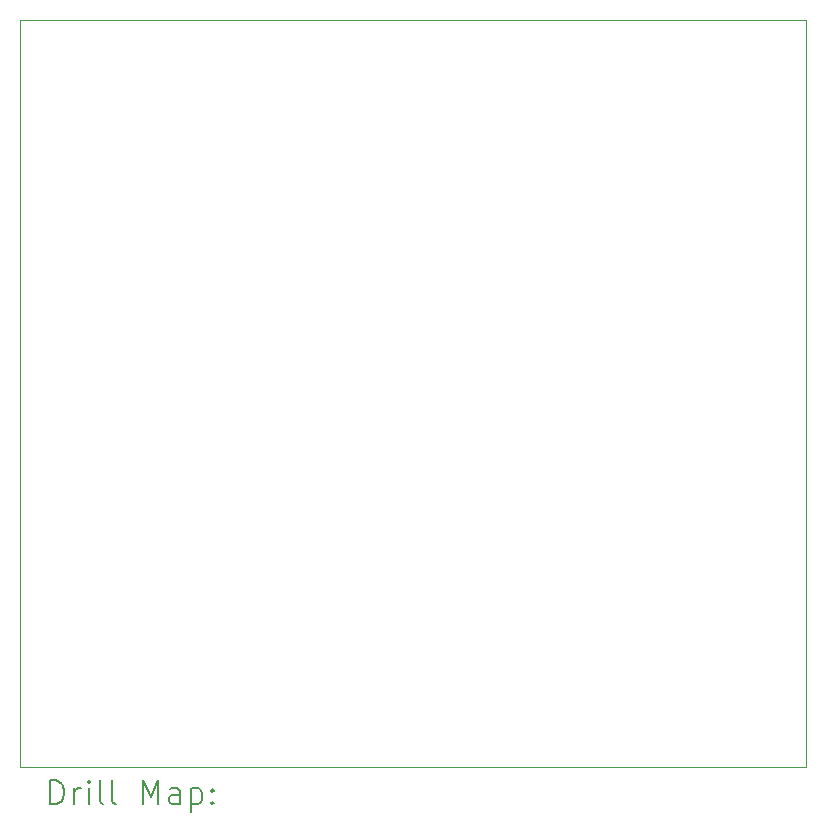
<source format=gbr>
%TF.GenerationSoftware,KiCad,Pcbnew,8.0.2*%
%TF.CreationDate,2024-07-26T13:42:35+02:00*%
%TF.ProjectId,e07-900m10s-breakout,6530372d-3930-4306-9d31-30732d627265,rev?*%
%TF.SameCoordinates,Original*%
%TF.FileFunction,Drillmap*%
%TF.FilePolarity,Positive*%
%FSLAX45Y45*%
G04 Gerber Fmt 4.5, Leading zero omitted, Abs format (unit mm)*
G04 Created by KiCad (PCBNEW 8.0.2) date 2024-07-26 13:42:35*
%MOMM*%
%LPD*%
G01*
G04 APERTURE LIST*
%ADD10C,0.050000*%
%ADD11C,0.200000*%
G04 APERTURE END LIST*
D10*
X9321800Y-6883400D02*
X15976600Y-6883400D01*
X15976600Y-13208000D01*
X9321800Y-13208000D01*
X9321800Y-6883400D01*
D11*
X9580077Y-13521984D02*
X9580077Y-13321984D01*
X9580077Y-13321984D02*
X9627696Y-13321984D01*
X9627696Y-13321984D02*
X9656267Y-13331508D01*
X9656267Y-13331508D02*
X9675315Y-13350555D01*
X9675315Y-13350555D02*
X9684839Y-13369603D01*
X9684839Y-13369603D02*
X9694363Y-13407698D01*
X9694363Y-13407698D02*
X9694363Y-13436269D01*
X9694363Y-13436269D02*
X9684839Y-13474365D01*
X9684839Y-13474365D02*
X9675315Y-13493412D01*
X9675315Y-13493412D02*
X9656267Y-13512460D01*
X9656267Y-13512460D02*
X9627696Y-13521984D01*
X9627696Y-13521984D02*
X9580077Y-13521984D01*
X9780077Y-13521984D02*
X9780077Y-13388650D01*
X9780077Y-13426746D02*
X9789601Y-13407698D01*
X9789601Y-13407698D02*
X9799124Y-13398174D01*
X9799124Y-13398174D02*
X9818172Y-13388650D01*
X9818172Y-13388650D02*
X9837220Y-13388650D01*
X9903886Y-13521984D02*
X9903886Y-13388650D01*
X9903886Y-13321984D02*
X9894363Y-13331508D01*
X9894363Y-13331508D02*
X9903886Y-13341031D01*
X9903886Y-13341031D02*
X9913410Y-13331508D01*
X9913410Y-13331508D02*
X9903886Y-13321984D01*
X9903886Y-13321984D02*
X9903886Y-13341031D01*
X10027696Y-13521984D02*
X10008648Y-13512460D01*
X10008648Y-13512460D02*
X9999124Y-13493412D01*
X9999124Y-13493412D02*
X9999124Y-13321984D01*
X10132458Y-13521984D02*
X10113410Y-13512460D01*
X10113410Y-13512460D02*
X10103886Y-13493412D01*
X10103886Y-13493412D02*
X10103886Y-13321984D01*
X10361029Y-13521984D02*
X10361029Y-13321984D01*
X10361029Y-13321984D02*
X10427696Y-13464841D01*
X10427696Y-13464841D02*
X10494363Y-13321984D01*
X10494363Y-13321984D02*
X10494363Y-13521984D01*
X10675315Y-13521984D02*
X10675315Y-13417222D01*
X10675315Y-13417222D02*
X10665791Y-13398174D01*
X10665791Y-13398174D02*
X10646744Y-13388650D01*
X10646744Y-13388650D02*
X10608648Y-13388650D01*
X10608648Y-13388650D02*
X10589601Y-13398174D01*
X10675315Y-13512460D02*
X10656267Y-13521984D01*
X10656267Y-13521984D02*
X10608648Y-13521984D01*
X10608648Y-13521984D02*
X10589601Y-13512460D01*
X10589601Y-13512460D02*
X10580077Y-13493412D01*
X10580077Y-13493412D02*
X10580077Y-13474365D01*
X10580077Y-13474365D02*
X10589601Y-13455317D01*
X10589601Y-13455317D02*
X10608648Y-13445793D01*
X10608648Y-13445793D02*
X10656267Y-13445793D01*
X10656267Y-13445793D02*
X10675315Y-13436269D01*
X10770553Y-13388650D02*
X10770553Y-13588650D01*
X10770553Y-13398174D02*
X10789601Y-13388650D01*
X10789601Y-13388650D02*
X10827696Y-13388650D01*
X10827696Y-13388650D02*
X10846744Y-13398174D01*
X10846744Y-13398174D02*
X10856267Y-13407698D01*
X10856267Y-13407698D02*
X10865791Y-13426746D01*
X10865791Y-13426746D02*
X10865791Y-13483888D01*
X10865791Y-13483888D02*
X10856267Y-13502936D01*
X10856267Y-13502936D02*
X10846744Y-13512460D01*
X10846744Y-13512460D02*
X10827696Y-13521984D01*
X10827696Y-13521984D02*
X10789601Y-13521984D01*
X10789601Y-13521984D02*
X10770553Y-13512460D01*
X10951505Y-13502936D02*
X10961029Y-13512460D01*
X10961029Y-13512460D02*
X10951505Y-13521984D01*
X10951505Y-13521984D02*
X10941982Y-13512460D01*
X10941982Y-13512460D02*
X10951505Y-13502936D01*
X10951505Y-13502936D02*
X10951505Y-13521984D01*
X10951505Y-13398174D02*
X10961029Y-13407698D01*
X10961029Y-13407698D02*
X10951505Y-13417222D01*
X10951505Y-13417222D02*
X10941982Y-13407698D01*
X10941982Y-13407698D02*
X10951505Y-13398174D01*
X10951505Y-13398174D02*
X10951505Y-13417222D01*
M02*

</source>
